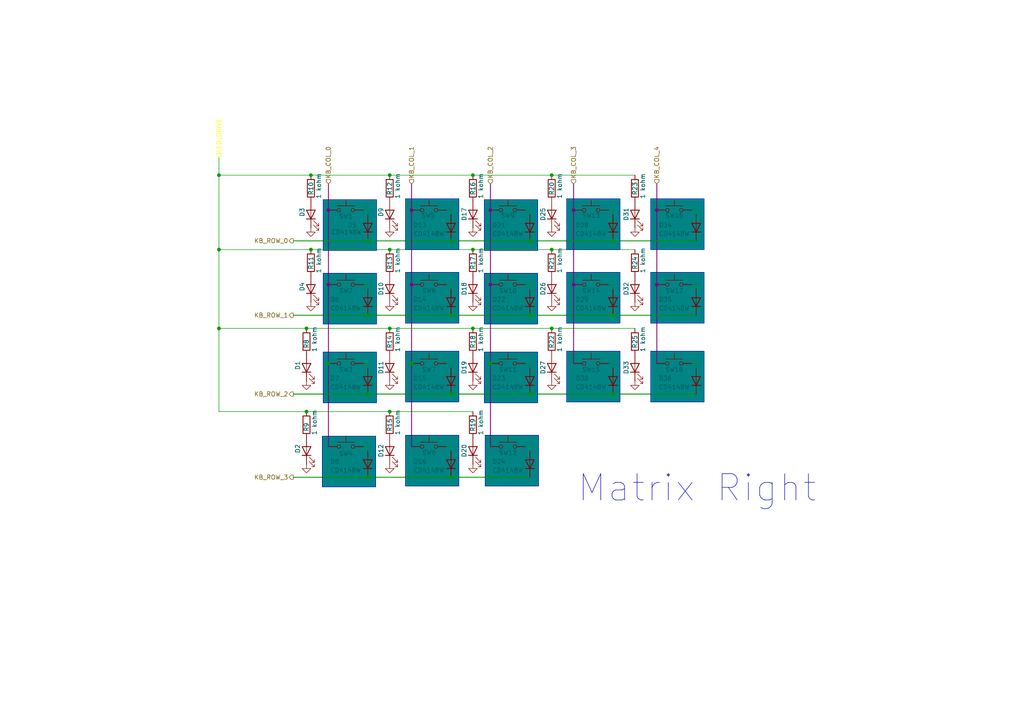
<source format=kicad_sch>
(kicad_sch (version 20231120) (generator "eeschema") (generator_version "8.0")
  (paper "A4")
  (title_block (title "Simple Keyboard") (date "2025-02-09") (rev "0") (company "Daniel Pérez (steewBSD)"))
  (lib_symbols
    (symbol "#inventree:RC0603FR-071KL" (pin_numbers hide) (pin_names (offset 0))
      (property "Reference" "R" (at 2.032 0 90))
      (property "Value" "1 kohm" (at 0 0 90))
      (symbol "RC0603FR-071KL_0_1"
        (rectangle (start -1.016 -2.54) (end 1.016 2.54) (stroke (width 0.254)))
      )
      (symbol "RC0603FR-071KL_1_1"
        (pin passive line (at 0 3.81 270) (length 1.27) (name "~") (number "1"))
        (pin passive line (at 0 -3.81 90) (length 1.27) (name "~") (number "2"))
      )
    )
    (symbol "Device:LED" (pin_numbers hide) (pin_names (offset 1.016) hide)
      (property "Reference" "D" (at 0 2.54 0))
      (property "Value" "LED" (at 0 -2.54 0))
      (symbol "LED_0_1"
        (polyline (pts (xy -1.27 -1.27) (xy -1.27 1.27)) (stroke (width 0.254)))
        (polyline (pts (xy -1.27 0) (xy 1.27 0)))
        (polyline (pts (xy 1.27 -1.27) (xy 1.27 1.27) (xy -1.27 0) (xy 1.27 -1.27)) (stroke (width 0.254)))
        (polyline (pts (xy -3.048 -0.762) (xy -4.572 -2.286) (xy -3.81 -2.286) (xy -4.572 -2.286) (xy -4.572 -1.524)))
        (polyline (pts (xy -1.778 -0.762) (xy -3.302 -2.286) (xy -2.54 -2.286) (xy -3.302 -2.286) (xy -3.302 -1.524)))
      )
      (symbol "LED_1_1"
        (pin passive line (at -3.81 0 0) (length 2.54) (name "K") (number "1"))
        (pin passive line (at 3.81 0 180) (length 2.54) (name "A") (number "2"))
      )
    )
    (symbol "Diode:CD4148W" (pin_numbers hide) (pin_names hide)
      (property "Reference" "D" (at 0 2.54 0))
      (property "Value" "CD4148W" (at 0 -2.54 0))
      (symbol "CD4148W_0_1"
        (polyline (pts (xy -1.27 1.27) (xy -1.27 -1.27)) (stroke (width 0.254)))
        (polyline (pts (xy 1.27 0) (xy -1.27 0)))
        (polyline (pts (xy 1.27 1.27) (xy 1.27 -1.27) (xy -1.27 0) (xy 1.27 1.27)) (stroke (width 0.254)))
      )
      (symbol "CD4148W_1_1"
        (pin passive line (at -3.81 0 0) (length 2.54) (name "K") (number "1"))
        (pin passive line (at 3.81 0 180) (length 2.54) (name "A") (number "2"))
      )
    )
    (symbol "Switch:SW_Push" (pin_numbers hide) (pin_names (offset 1.016) hide)
      (property "Reference" "SW" (at 1.27 2.54 0))
      (property "Value" "SW_Push" (at 0 -1.524 0))
      (symbol "SW_Push_0_1"
        (circle (center -2.032 0) (radius 0.508))
        (polyline (pts (xy 0 1.27) (xy 0 3.048)))
        (polyline (pts (xy 2.54 1.27) (xy -2.54 1.27)))
        (circle (center 2.032 0) (radius 0.508))
        (pin passive line (at -5.08 0 0) (length 2.54) (name "1") (number "1"))
        (pin passive line (at 5.08 0 180) (length 2.54) (name "2") (number "2"))
      )
    )
    (symbol "power:GND" (power) (pin_numbers hide) (pin_names (offset 0) hide)
      (property "Value" "GND" (at 0 -3.81 0))
      (symbol "GND_0_1"
        (polyline (pts (xy 0 0) (xy 0 -1.27) (xy 1.27 -1.27) (xy 0 -2.54) (xy -1.27 -1.27) (xy 0 -1.27)))
      )
      (symbol "GND_1_1"
        (pin power_in line (at 0 0 270) (length 0) (name "~") (number "1"))
      )
    )
  )
  (junction (at 63.5 72.39))
  (junction (at 153.67 114.3))
  (junction (at 177.8 69.85))
  (junction (at 137.16 72.39))
  (junction (at 177.8 91.44))
  (junction (at 95.25 105.41))
  (junction (at 106.68 69.85))
  (junction (at 119.38 82.55) (color 132 0 132 1))
  (junction (at 106.68 114.3))
  (junction (at 130.81 91.44))
  (junction (at 90.17 72.39))
  (junction (at 160.02 95.25))
  (junction (at 160.02 50.8))
  (junction (at 166.37 60.96) (color 132 0 132 1))
  (junction (at 137.16 95.25))
  (junction (at 142.24 105.41))
  (junction (at 119.38 105.41))
  (junction (at 153.67 91.44))
  (junction (at 88.9 119.38))
  (junction (at 90.17 50.8))
  (junction (at 63.5 95.25))
  (junction (at 106.68 91.44))
  (junction (at 119.38 60.96) (color 132 0 132 1))
  (junction (at 113.03 95.25))
  (junction (at 95.25 82.55) (color 132 0 132 1))
  (junction (at 130.81 138.43))
  (junction (at 113.03 119.38))
  (junction (at 142.24 82.55) (color 132 0 132 1))
  (junction (at 166.37 82.55) (color 132 0 132 1))
  (junction (at 113.03 50.8))
  (junction (at 130.81 114.3))
  (junction (at 160.02 72.39))
  (junction (at 190.5 82.55) (color 132 0 132 1))
  (junction (at 190.5 60.96) (color 132 0 132 1))
  (junction (at 106.68 138.43))
  (junction (at 88.9 95.25))
  (junction (at 63.5 50.8))
  (junction (at 130.81 69.85))
  (junction (at 113.03 72.39))
  (junction (at 95.25 60.96) (color 132 0 132 1))
  (junction (at 153.67 69.85))
  (junction (at 177.8 114.3))
  (junction (at 142.24 60.96) (color 132 0 132 1))
  (junction (at 137.16 50.8))
  (wire (pts (xy 106.68 69.85) (xy 130.81 69.85)) (stroke (width 0.254)))
  (wire (pts (xy 113.03 119.38) (xy 137.16 119.38)))
  (wire (pts (xy 152.4 129.54) (xy 153.67 129.54)))
  (wire (pts (xy 166.37 53.34) (xy 166.37 60.96)) (stroke (width 0.254) (color 132 0 132 1)))
  (wire (pts (xy 176.53 60.96) (xy 177.8 60.96)))
  (wire (pts (xy 200.66 105.41) (xy 201.93 105.41)))
  (wire (pts (xy 137.16 72.39) (xy 160.02 72.39)))
  (wire (pts (xy 113.03 50.8) (xy 137.16 50.8)))
  (wire (pts (xy 113.03 72.39) (xy 137.16 72.39)))
  (wire (pts (xy 153.67 91.44) (xy 177.8 91.44)) (stroke (width 0.254)))
  (wire (pts (xy 166.37 82.55) (xy 166.37 105.41)) (stroke (width 0.254) (color 132 0 132 1)))
  (wire (pts (xy 130.81 129.54) (xy 130.81 130.81)))
  (wire (pts (xy 166.37 60.96) (xy 166.37 82.55)) (stroke (width 0.254) (color 132 0 132 1)))
  (wire (pts (xy 200.66 82.55) (xy 201.93 82.55)))
  (wire (pts (xy 201.93 60.96) (xy 201.93 62.23)))
  (wire (pts (xy 119.38 53.34) (xy 119.38 60.96)) (stroke (width 0.254) (color 132 0 132 1)))
  (wire (pts (xy 130.81 82.55) (xy 130.81 83.82)))
  (wire (pts (xy 176.53 82.55) (xy 177.8 82.55)))
  (wire (pts (xy 129.54 129.54) (xy 130.81 129.54)))
  (wire (pts (xy 153.67 69.85) (xy 177.8 69.85)) (stroke (width 0.254)))
  (wire (pts (xy 63.5 50.8) (xy 90.17 50.8)))
  (wire (pts (xy 177.8 114.3) (xy 201.93 114.3)) (stroke (width 0.254)))
  (wire (pts (xy 63.5 95.25) (xy 63.5 119.38)))
  (wire (pts (xy 177.8 60.96) (xy 177.8 62.23)))
  (wire (pts (xy 153.67 82.55) (xy 153.67 83.82)))
  (wire (pts (xy 63.5 50.8) (xy 63.5 72.39)))
  (wire (pts (xy 119.38 60.96) (xy 119.38 82.55)) (stroke (width 0.254) (color 132 0 132 1)))
  (wire (pts (xy 142.24 105.41) (xy 142.24 129.54)) (stroke (width 0.254) (color 132 0 132 1)))
  (wire (pts (xy 95.25 105.41) (xy 95.25 129.54)) (stroke (width 0.254) (color 132 0 132 1)))
  (wire (pts (xy 63.5 95.25) (xy 88.9 95.25)))
  (wire (pts (xy 106.68 138.43) (xy 130.81 138.43)) (stroke (width 0.254)))
  (wire (pts (xy 106.68 82.55) (xy 106.68 83.82)))
  (wire (pts (xy 142.24 82.55) (xy 142.24 105.41)) (stroke (width 0.254) (color 132 0 132 1)))
  (wire (pts (xy 119.38 82.55) (xy 119.38 105.41)) (stroke (width 0.254) (color 132 0 132 1)))
  (wire (pts (xy 85.09 114.3) (xy 106.68 114.3)) (stroke (width 0.254)))
  (wire (pts (xy 63.5 72.39) (xy 90.17 72.39)))
  (wire (pts (xy 105.41 82.55) (xy 106.68 82.55)))
  (wire (pts (xy 130.81 60.96) (xy 130.81 62.23)))
  (wire (pts (xy 85.09 91.44) (xy 106.68 91.44)) (stroke (width 0.254)))
  (wire (pts (xy 106.68 114.3) (xy 130.81 114.3)) (stroke (width 0.254)))
  (wire (pts (xy 160.02 72.39) (xy 184.15 72.39)))
  (wire (pts (xy 130.81 138.43) (xy 153.67 138.43)) (stroke (width 0.254)))
  (wire (pts (xy 130.81 91.44) (xy 153.67 91.44)) (stroke (width 0.254)))
  (wire (pts (xy 119.38 105.41) (xy 119.38 129.54)) (stroke (width 0.254) (color 132 0 132 1)))
  (wire (pts (xy 90.17 72.39) (xy 113.03 72.39)))
  (wire (pts (xy 160.02 95.25) (xy 184.15 95.25)))
  (wire (pts (xy 129.54 60.96) (xy 130.81 60.96)))
  (wire (pts (xy 177.8 105.41) (xy 177.8 106.68)))
  (wire (pts (xy 177.8 82.55) (xy 177.8 83.82)))
  (wire (pts (xy 153.67 114.3) (xy 177.8 114.3)) (stroke (width 0.254)))
  (wire (pts (xy 105.41 60.96) (xy 106.68 60.96)))
  (wire (pts (xy 130.81 105.41) (xy 130.81 106.68)))
  (wire (pts (xy 95.25 60.96) (xy 95.25 82.55)) (stroke (width 0.254) (color 132 0 132 1)))
  (wire (pts (xy 63.5 45.72) (xy 63.5 50.8)))
  (wire (pts (xy 63.5 119.38) (xy 88.9 119.38)))
  (wire (pts (xy 152.4 82.55) (xy 153.67 82.55)))
  (wire (pts (xy 63.5 72.39) (xy 63.5 95.25)))
  (wire (pts (xy 153.67 60.96) (xy 153.67 62.23)))
  (wire (pts (xy 105.41 105.41) (xy 106.68 105.41)))
  (wire (pts (xy 142.24 60.96) (xy 142.24 82.55)) (stroke (width 0.254) (color 132 0 132 1)))
  (wire (pts (xy 85.09 69.85) (xy 106.68 69.85)) (stroke (width 0.254)))
  (wire (pts (xy 201.93 105.41) (xy 201.93 106.68)))
  (wire (pts (xy 153.67 105.41) (xy 153.67 106.68)))
  (wire (pts (xy 90.17 50.8) (xy 113.03 50.8)))
  (wire (pts (xy 88.9 119.38) (xy 113.03 119.38)))
  (wire (pts (xy 130.81 114.3) (xy 153.67 114.3)) (stroke (width 0.254)))
  (wire (pts (xy 129.54 82.55) (xy 130.81 82.55)))
  (wire (pts (xy 95.25 53.34) (xy 95.25 60.96)) (stroke (width 0.254) (color 132 0 132 1)))
  (wire (pts (xy 142.24 53.34) (xy 142.24 60.96)) (stroke (width 0.254) (color 132 0 132 1)))
  (wire (pts (xy 88.9 95.25) (xy 113.03 95.25)))
  (wire (pts (xy 129.54 105.41) (xy 130.81 105.41)))
  (wire (pts (xy 152.4 60.96) (xy 153.67 60.96)))
  (wire (pts (xy 177.8 69.85) (xy 201.93 69.85)) (stroke (width 0.254)))
  (wire (pts (xy 85.09 138.43) (xy 106.68 138.43)) (stroke (width 0.254)))
  (wire (pts (xy 106.68 60.96) (xy 106.68 62.23)))
  (wire (pts (xy 200.66 60.96) (xy 201.93 60.96)))
  (wire (pts (xy 153.67 129.54) (xy 153.67 130.81)))
  (wire (pts (xy 105.41 129.54) (xy 106.68 129.54)))
  (wire (pts (xy 201.93 82.55) (xy 201.93 83.82)))
  (wire (pts (xy 106.68 91.44) (xy 130.81 91.44)) (stroke (width 0.254)))
  (wire (pts (xy 113.03 95.25) (xy 137.16 95.25)))
  (wire (pts (xy 95.25 82.55) (xy 95.25 105.41)) (stroke (width 0.254) (color 132 0 132 1)))
  (wire (pts (xy 190.5 53.34) (xy 190.5 60.96)) (stroke (width 0.254) (color 132 0 132 1)))
  (wire (pts (xy 177.8 91.44) (xy 201.93 91.44)) (stroke (width 0.254)))
  (wire (pts (xy 160.02 50.8) (xy 184.15 50.8)))
  (wire (pts (xy 176.53 105.41) (xy 177.8 105.41)))
  (wire (pts (xy 152.4 105.41) (xy 153.67 105.41)))
  (wire (pts (xy 106.68 105.41) (xy 106.68 106.68)))
  (wire (pts (xy 137.16 95.25) (xy 160.02 95.25)))
  (wire (pts (xy 190.5 82.55) (xy 190.5 105.41)) (stroke (width 0.254) (color 132 0 132 1)))
  (wire (pts (xy 190.5 60.96) (xy 190.5 82.55)) (stroke (width 0.254) (color 132 0 132 1)))
  (wire (pts (xy 130.81 69.85) (xy 153.67 69.85)) (stroke (width 0.254)))
  (wire (pts (xy 137.16 50.8) (xy 160.02 50.8)))
  (wire (pts (xy 106.68 129.54) (xy 106.68 130.81)))
  (rectangle (start 164.338 101.854) (end 179.832 116.586) (fill (type color) (color 0 132 132 1)))
  (rectangle (start 140.462 79.248) (end 155.956 93.98) (fill (type color) (color 0 132 132 1)))
  (rectangle (start 164.338 57.658) (end 179.832 72.39) (fill (type color) (color 0 132 132 1)))
  (rectangle (start 140.462 102.108) (end 155.956 116.84) (fill (type color) (color 0 132 132 1)))
  (rectangle (start 188.722 101.854) (end 204.216 116.586) (fill (type color) (color 0 132 132 1)))
  (rectangle (start 93.472 126.492) (end 108.966 141.224) (fill (type color) (color 0 132 132 1)))
  (rectangle (start 117.602 78.994) (end 133.096 93.726) (fill (type color) (color 0 132 132 1)))
  (rectangle (start 93.726 102.108) (end 109.22 116.84) (fill (type color) (color 0 132 132 1)))
  (rectangle (start 117.602 101.854) (end 133.096 116.586) (fill (type color) (color 0 132 132 1)))
  (rectangle (start 140.716 126.238) (end 156.21 140.97) (fill (type color) (color 0 132 132 1)))
  (rectangle (start 188.722 78.994) (end 204.216 93.726) (fill (type color) (color 0 132 132 1)))
  (rectangle (start 164.338 78.994) (end 179.832 93.726) (fill (type color) (color 0 132 132 1)))
  (rectangle (start 140.462 57.912) (end 155.956 72.644) (fill (type color) (color 0 132 132 1)))
  (rectangle (start 188.722 57.658) (end 204.216 72.39) (fill (type color) (color 0 132 132 1)))
  (rectangle (start 93.726 57.912) (end 109.22 72.644) (fill (type color) (color 0 132 132 1)))
  (rectangle (start 117.602 126.238) (end 133.096 140.97) (fill (type color) (color 0 132 132 1)))
  (rectangle (start 93.726 79.248) (end 109.22 93.98) (fill (type color) (color 0 132 132 1)))
  (rectangle (start 117.602 57.658) (end 133.096 72.39) (fill (type color) (color 0 132 132 1)))
  (text "Matrix Right" (at 202.184 141.732 0) (effects (font (size 7.62 7.62))))
  (hierarchical_label "KB_ROW_3" (shape output) (at 85.09 138.43 180))
  (hierarchical_label "KB_COL_4" (shape input) (at 190.5 53.34 90))
  (hierarchical_label "KB_ROW_0" (shape output) (at 85.09 69.85 180))
  (hierarchical_label "LED_DRIVE" (shape input) (at 63.5 45.72 90))
  (hierarchical_label "KB_ROW_1" (shape output) (at 85.09 91.44 180))
  (hierarchical_label "KB_COL_3" (shape input) (at 166.37 53.34 90))
  (hierarchical_label "KB_ROW_2" (shape output) (at 85.09 114.3 180))
  (hierarchical_label "KB_COL_1" (shape input) (at 119.38 53.34 90))
  (hierarchical_label "KB_COL_0" (shape input) (at 95.25 53.34 90))
  (hierarchical_label "KB_COL_2" (shape input) (at 142.24 53.34 90))
  (symbol (lib_id "Switch:SW_Push") (at 100.33 105.41 0) (unit 1)
    (property "Reference" "SW3" (at 100.33 107.188 0))
    (property "Value" "SW_Push" (effects (hide yes)))
    (property "Footprint" "personal:Gateron_Milky_Yellow" (effects (hide yes)))
    (property "Description" "Push button switch, generic, two pins" (effects (hide yes)))
  )
  (symbol (lib_id "Switch:SW_Push") (at 100.33 82.55 0) (unit 1)
    (property "Reference" "SW2" (at 100.33 84.328 0))
    (property "Value" "SW_Push" (effects (hide yes)))
    (property "Footprint" "personal:Gateron_Milky_Yellow" (effects (hide yes)))
    (property "Description" "Push button switch, generic, two pins" (effects (hide yes)))
  )
  (symbol (lib_id "#inventree:RC0603FR-071KL") (at 137.16 123.19 0) (unit 1)
    (property "Reference" "R19" (at 137.16 125.222 90) (effects (justify left)))
    (property "Value" "1 kohm" (at 139.446 126.238 90) (effects (justify left)))
    (property "Footprint" "Resistor_SMD:R_0603_1608Metric_Pad0.98x0.95mm_HandSolder" (effects (hide yes)))
    (property "Datasheet" "http://10.0.0.41/media/attachments/part/69/PYu-RC_Group_51_RoHS_L_12.pdf" (effects (hide yes)))
    (property "Description" "RES 1K OHM 1% 1/10W 0603" (effects (hide yes)))
    (property "InvenTree" "69" (effects (hide yes)))
    (property "Mounting Type" "0603" (effects (hide yes)))
    (property "Package Type" "0603 (1608 Metric)" (effects (hide yes)))
    (property "Part URL" "http://10.0.0.41:7333/part/69/" (effects (hide yes)))
    (property "Rated Power" "0.1W, 1/10W" (effects (hide yes)))
    (property "Tolerance" "1%" (effects (hide yes)))
  )
  (symbol (lib_id "power:GND") (at 113.03 66.04 0) (unit 1)
    (property "Reference" "#PWR043" (effects (hide yes)))
    (property "Value" "GND" (effects (hide yes)))
    (property "Description" "Power symbol creates a global label with name \"GND\" , ground" (effects (hide yes)))
  )
  (symbol (lib_id "Device:LED") (at 113.03 106.68 90) (unit 1)
    (property "Reference" "D11" (at 110.49 104.648 0) (effects (justify right)))
    (property "Value" "LED" (effects (hide yes)))
    (property "Footprint" "LED_SMD:LED_0603_1608Metric_Pad1.05x0.95mm_HandSolder" (effects (hide yes)))
    (property "Description" "Light emitting diode" (effects (hide yes)))
    (property "InvenTree" "67" (effects (hide yes)))
  )
  (symbol (lib_id "Diode:CD4148W") (at 130.81 110.49 90) (unit 1)
    (property "Reference" "D15" (at 119.888 109.728 90) (effects (justify right)))
    (property "Value" "CD4148W" (at 119.888 112.268 90) (effects (justify right)))
    (property "Footprint" "Diode_SMD:D_0805_2012Metric_Pad1.15x1.40mm_HandSolder" (effects (hide yes)))
    (property "Datasheet" "https://www.lcsc.com/datasheet/lcsc_datasheet_1809291616_LIZ-Elec-CD4148WSP_C109001.pdf" (effects (hide yes)))
    (property "Description" "75V 0.15A Switching Diode, 0805" (effects (hide yes)))
    (property "Sim.Device" "D" (effects (hide yes)))
    (property "Sim.Pins" "1=K 2=A" (effects (hide yes)))
    (property "InvenTree" "64" (effects (hide yes)))
  )
  (symbol (lib_id "power:GND") (at 88.9 110.49 0) (unit 1)
    (property "Reference" "#PWR039" (effects (hide yes)))
    (property "Value" "GND" (effects (hide yes)))
    (property "Description" "Power symbol creates a global label with name \"GND\" , ground" (effects (hide yes)))
  )
  (symbol (lib_id "#inventree:RC0603FR-071KL") (at 137.16 76.2 0) (unit 1)
    (property "Reference" "R17" (at 137.16 78.232 90) (effects (justify left)))
    (property "Value" "1 kohm" (at 139.446 79.248 90) (effects (justify left)))
    (property "Footprint" "Resistor_SMD:R_0603_1608Metric_Pad0.98x0.95mm_HandSolder" (effects (hide yes)))
    (property "Datasheet" "http://10.0.0.41/media/attachments/part/69/PYu-RC_Group_51_RoHS_L_12.pdf" (effects (hide yes)))
    (property "Description" "RES 1K OHM 1% 1/10W 0603" (effects (hide yes)))
    (property "InvenTree" "69" (effects (hide yes)))
    (property "Mounting Type" "0603" (effects (hide yes)))
    (property "Package Type" "0603 (1608 Metric)" (effects (hide yes)))
    (property "Part URL" "http://10.0.0.41:7333/part/69/" (effects (hide yes)))
    (property "Rated Power" "0.1W, 1/10W" (effects (hide yes)))
    (property "Tolerance" "1%" (effects (hide yes)))
  )
  (symbol (lib_id "Switch:SW_Push") (at 171.45 105.41 0) (unit 1)
    (property "Reference" "SW15" (at 171.45 107.188 0))
    (property "Value" "SW_Push" (effects (hide yes)))
    (property "Footprint" "personal:Gateron_Milky_Yellow" (effects (hide yes)))
    (property "Description" "Push button switch, generic, two pins" (effects (hide yes)))
  )
  (symbol (lib_id "Switch:SW_Push") (at 195.58 60.96 0) (unit 1)
    (property "Reference" "SW16" (at 195.58 62.484 0))
    (property "Value" "SW_Push" (effects (hide yes)))
    (property "Footprint" "personal:Gateron_Milky_Yellow" (effects (hide yes)))
    (property "Description" "Push button switch, generic, two pins" (effects (hide yes)))
  )
  (symbol (lib_id "Diode:CD4148W") (at 177.8 110.49 90) (unit 1)
    (property "Reference" "D30" (at 166.878 109.728 90) (effects (justify right)))
    (property "Value" "CD4148W" (at 166.878 112.268 90) (effects (justify right)))
    (property "Footprint" "Diode_SMD:D_0805_2012Metric_Pad1.15x1.40mm_HandSolder" (effects (hide yes)))
    (property "Datasheet" "https://www.lcsc.com/datasheet/lcsc_datasheet_1809291616_LIZ-Elec-CD4148WSP_C109001.pdf" (effects (hide yes)))
    (property "Description" "75V 0.15A Switching Diode, 0805" (effects (hide yes)))
    (property "Sim.Device" "D" (effects (hide yes)))
    (property "Sim.Pins" "1=K 2=A" (effects (hide yes)))
    (property "InvenTree" "64" (effects (hide yes)))
  )
  (symbol (lib_id "#inventree:RC0603FR-071KL") (at 137.16 99.06 0) (unit 1)
    (property "Reference" "R18" (at 137.16 101.092 90) (effects (justify left)))
    (property "Value" "1 kohm" (at 139.446 102.108 90) (effects (justify left)))
    (property "Footprint" "Resistor_SMD:R_0603_1608Metric_Pad0.98x0.95mm_HandSolder" (effects (hide yes)))
    (property "Datasheet" "http://10.0.0.41/media/attachments/part/69/PYu-RC_Group_51_RoHS_L_12.pdf" (effects (hide yes)))
    (property "Description" "RES 1K OHM 1% 1/10W 0603" (effects (hide yes)))
    (property "InvenTree" "69" (effects (hide yes)))
    (property "Mounting Type" "0603" (effects (hide yes)))
    (property "Package Type" "0603 (1608 Metric)" (effects (hide yes)))
    (property "Part URL" "http://10.0.0.41:7333/part/69/" (effects (hide yes)))
    (property "Rated Power" "0.1W, 1/10W" (effects (hide yes)))
    (property "Tolerance" "1%" (effects (hide yes)))
  )
  (symbol (lib_id "Device:LED") (at 113.03 62.23 90) (unit 1)
    (property "Reference" "D9" (at 110.49 60.198 0) (effects (justify right)))
    (property "Value" "LED" (effects (hide yes)))
    (property "Footprint" "LED_SMD:LED_0603_1608Metric_Pad1.05x0.95mm_HandSolder" (effects (hide yes)))
    (property "Description" "Light emitting diode" (effects (hide yes)))
    (property "InvenTree" "67" (effects (hide yes)))
  )
  (symbol (lib_id "Diode:CD4148W") (at 130.81 87.63 90) (unit 1)
    (property "Reference" "D14" (at 119.888 86.868 90) (effects (justify right)))
    (property "Value" "CD4148W" (at 119.888 89.408 90) (effects (justify right)))
    (property "Footprint" "Diode_SMD:D_0805_2012Metric_Pad1.15x1.40mm_HandSolder" (effects (hide yes)))
    (property "Datasheet" "https://www.lcsc.com/datasheet/lcsc_datasheet_1809291616_LIZ-Elec-CD4148WSP_C109001.pdf" (effects (hide yes)))
    (property "Description" "75V 0.15A Switching Diode, 0805" (effects (hide yes)))
    (property "Sim.Device" "D" (effects (hide yes)))
    (property "Sim.Pins" "1=K 2=A" (effects (hide yes)))
    (property "InvenTree" "64" (effects (hide yes)))
  )
  (symbol (lib_id "#inventree:RC0603FR-071KL") (at 90.17 76.2 0) (unit 1)
    (property "Reference" "R11" (at 90.17 78.232 90) (effects (justify left)))
    (property "Value" "1 kohm" (at 92.456 79.248 90) (effects (justify left)))
    (property "Footprint" "Resistor_SMD:R_0603_1608Metric_Pad0.98x0.95mm_HandSolder" (effects (hide yes)))
    (property "Datasheet" "http://10.0.0.41/media/attachments/part/69/PYu-RC_Group_51_RoHS_L_12.pdf" (effects (hide yes)))
    (property "Description" "RES 1K OHM 1% 1/10W 0603" (effects (hide yes)))
    (property "InvenTree" "69" (effects (hide yes)))
    (property "Mounting Type" "0603" (effects (hide yes)))
    (property "Package Type" "0603 (1608 Metric)" (effects (hide yes)))
    (property "Part URL" "http://10.0.0.41:7333/part/69/" (effects (hide yes)))
    (property "Rated Power" "0.1W, 1/10W" (effects (hide yes)))
    (property "Tolerance" "1%" (effects (hide yes)))
  )
  (symbol (lib_id "Diode:CD4148W") (at 201.93 87.63 90) (unit 1)
    (property "Reference" "D35" (at 191.008 86.868 90) (effects (justify right)))
    (property "Value" "CD4148W" (at 191.008 89.408 90) (effects (justify right)))
    (property "Footprint" "Diode_SMD:D_0805_2012Metric_Pad1.15x1.40mm_HandSolder" (effects (hide yes)))
    (property "Datasheet" "https://www.lcsc.com/datasheet/lcsc_datasheet_1809291616_LIZ-Elec-CD4148WSP_C109001.pdf" (effects (hide yes)))
    (property "Description" "75V 0.15A Switching Diode, 0805" (effects (hide yes)))
    (property "Sim.Device" "D" (effects (hide yes)))
    (property "Sim.Pins" "1=K 2=A" (effects (hide yes)))
    (property "InvenTree" "64" (effects (hide yes)))
  )
  (symbol (lib_id "Switch:SW_Push") (at 147.32 105.41 0) (unit 1)
    (property "Reference" "SW11" (at 147.32 107.188 0))
    (property "Value" "SW_Push" (effects (hide yes)))
    (property "Footprint" "personal:Gateron_Milky_Yellow" (effects (hide yes)))
    (property "Description" "Push button switch, generic, two pins" (effects (hide yes)))
  )
  (symbol (lib_id "Diode:CD4148W") (at 153.67 87.63 90) (unit 1)
    (property "Reference" "D22" (at 142.748 86.868 90) (effects (justify right)))
    (property "Value" "CD4148W" (at 142.748 89.408 90) (effects (justify right)))
    (property "Footprint" "Diode_SMD:D_0805_2012Metric_Pad1.15x1.40mm_HandSolder" (effects (hide yes)))
    (property "Datasheet" "https://www.lcsc.com/datasheet/lcsc_datasheet_1809291616_LIZ-Elec-CD4148WSP_C109001.pdf" (effects (hide yes)))
    (property "Description" "75V 0.15A Switching Diode, 0805" (effects (hide yes)))
    (property "Sim.Device" "D" (effects (hide yes)))
    (property "Sim.Pins" "1=K 2=A" (effects (hide yes)))
    (property "InvenTree" "64" (effects (hide yes)))
  )
  (symbol (lib_id "Diode:CD4148W") (at 153.67 110.49 90) (unit 1)
    (property "Reference" "D23" (at 142.748 109.728 90) (effects (justify right)))
    (property "Value" "CD4148W" (at 142.748 112.268 90) (effects (justify right)))
    (property "Footprint" "Diode_SMD:D_0805_2012Metric_Pad1.15x1.40mm_HandSolder" (effects (hide yes)))
    (property "Datasheet" "https://www.lcsc.com/datasheet/lcsc_datasheet_1809291616_LIZ-Elec-CD4148WSP_C109001.pdf" (effects (hide yes)))
    (property "Description" "75V 0.15A Switching Diode, 0805" (effects (hide yes)))
    (property "Sim.Device" "D" (effects (hide yes)))
    (property "Sim.Pins" "1=K 2=A" (effects (hide yes)))
    (property "InvenTree" "64" (effects (hide yes)))
  )
  (symbol (lib_id "Device:LED") (at 90.17 62.23 90) (unit 1)
    (property "Reference" "D3" (at 87.63 60.198 0) (effects (justify right)))
    (property "Value" "LED" (effects (hide yes)))
    (property "Footprint" "LED_SMD:LED_0603_1608Metric_Pad1.05x0.95mm_HandSolder" (effects (hide yes)))
    (property "Description" "Light emitting diode" (effects (hide yes)))
    (property "InvenTree" "67" (effects (hide yes)))
  )
  (symbol (lib_id "Switch:SW_Push") (at 124.46 82.55 0) (unit 1)
    (property "Reference" "SW6" (at 124.46 84.328 0))
    (property "Value" "SW_Push" (effects (hide yes)))
    (property "Footprint" "personal:Gateron_Milky_Yellow" (effects (hide yes)))
    (property "Description" "Push button switch, generic, two pins" (effects (hide yes)))
  )
  (symbol (lib_id "#inventree:RC0603FR-071KL") (at 184.15 76.2 0) (unit 1)
    (property "Reference" "R24" (at 184.15 78.232 90) (effects (justify left)))
    (property "Value" "1 kohm" (at 186.436 79.248 90) (effects (justify left)))
    (property "Footprint" "Resistor_SMD:R_0603_1608Metric_Pad0.98x0.95mm_HandSolder" (effects (hide yes)))
    (property "Datasheet" "http://10.0.0.41/media/attachments/part/69/PYu-RC_Group_51_RoHS_L_12.pdf" (effects (hide yes)))
    (property "Description" "RES 1K OHM 1% 1/10W 0603" (effects (hide yes)))
    (property "InvenTree" "69" (effects (hide yes)))
    (property "Mounting Type" "0603" (effects (hide yes)))
    (property "Package Type" "0603 (1608 Metric)" (effects (hide yes)))
    (property "Part URL" "http://10.0.0.41:7333/part/69/" (effects (hide yes)))
    (property "Rated Power" "0.1W, 1/10W" (effects (hide yes)))
    (property "Tolerance" "1%" (effects (hide yes)))
  )
  (symbol (lib_id "Diode:CD4148W") (at 153.67 134.62 90) (unit 1)
    (property "Reference" "D24" (at 142.748 133.858 90) (effects (justify right)))
    (property "Value" "CD4148W" (at 142.748 136.398 90) (effects (justify right)))
    (property "Footprint" "Diode_SMD:D_0805_2012Metric_Pad1.15x1.40mm_HandSolder" (effects (hide yes)))
    (property "Datasheet" "https://www.lcsc.com/datasheet/lcsc_datasheet_1809291616_LIZ-Elec-CD4148WSP_C109001.pdf" (effects (hide yes)))
    (property "Description" "75V 0.15A Switching Diode, 0805" (effects (hide yes)))
    (property "Sim.Device" "D" (effects (hide yes)))
    (property "Sim.Pins" "1=K 2=A" (effects (hide yes)))
    (property "InvenTree" "64" (effects (hide yes)))
  )
  (symbol (lib_id "Diode:CD4148W") (at 201.93 66.04 90) (unit 1)
    (property "Reference" "D34" (at 191.008 65.278 90) (effects (justify right)))
    (property "Value" "CD4148W" (at 191.008 67.818 90) (effects (justify right)))
    (property "Footprint" "Diode_SMD:D_0805_2012Metric_Pad1.15x1.40mm_HandSolder" (effects (hide yes)))
    (property "Datasheet" "https://www.lcsc.com/datasheet/lcsc_datasheet_1809291616_LIZ-Elec-CD4148WSP_C109001.pdf" (effects (hide yes)))
    (property "Description" "75V 0.15A Switching Diode, 0805" (effects (hide yes)))
    (property "Sim.Device" "D" (effects (hide yes)))
    (property "Sim.Pins" "1=K 2=A" (effects (hide yes)))
    (property "InvenTree" "64" (effects (hide yes)))
  )
  (symbol (lib_id "Diode:CD4148W") (at 177.8 87.63 90) (unit 1)
    (property "Reference" "D29" (at 166.878 86.868 90) (effects (justify right)))
    (property "Value" "CD4148W" (at 166.878 89.408 90) (effects (justify right)))
    (property "Footprint" "Diode_SMD:D_0805_2012Metric_Pad1.15x1.40mm_HandSolder" (effects (hide yes)))
    (property "Datasheet" "https://www.lcsc.com/datasheet/lcsc_datasheet_1809291616_LIZ-Elec-CD4148WSP_C109001.pdf" (effects (hide yes)))
    (property "Description" "75V 0.15A Switching Diode, 0805" (effects (hide yes)))
    (property "Sim.Device" "D" (effects (hide yes)))
    (property "Sim.Pins" "1=K 2=A" (effects (hide yes)))
    (property "InvenTree" "64" (effects (hide yes)))
  )
  (symbol (lib_id "Device:LED") (at 137.16 62.23 90) (unit 1)
    (property "Reference" "D17" (at 134.62 60.198 0) (effects (justify right)))
    (property "Value" "LED" (effects (hide yes)))
    (property "Footprint" "LED_SMD:LED_0603_1608Metric_Pad1.05x0.95mm_HandSolder" (effects (hide yes)))
    (property "Description" "Light emitting diode" (effects (hide yes)))
    (property "InvenTree" "67" (effects (hide yes)))
  )
  (symbol (lib_id "power:GND") (at 113.03 110.49 0) (unit 1)
    (property "Reference" "#PWR045" (effects (hide yes)))
    (property "Value" "GND" (effects (hide yes)))
    (property "Description" "Power symbol creates a global label with name \"GND\" , ground" (effects (hide yes)))
  )
  (symbol (lib_id "power:GND") (at 160.02 87.63 0) (unit 1)
    (property "Reference" "#PWR052" (effects (hide yes)))
    (property "Value" "GND" (effects (hide yes)))
    (property "Description" "Power symbol creates a global label with name \"GND\" , ground" (effects (hide yes)))
  )
  (symbol (lib_id "power:GND") (at 184.15 110.49 0) (unit 1)
    (property "Reference" "#PWR056" (effects (hide yes)))
    (property "Value" "GND" (effects (hide yes)))
    (property "Description" "Power symbol creates a global label with name \"GND\" , ground" (effects (hide yes)))
  )
  (symbol (lib_id "Diode:CD4148W") (at 106.68 66.04 90) (unit 1)
    (property "Reference" "D5" (at 100.838 65.278 90) (effects (justify right)))
    (property "Value" "CD4148W" (at 96.012 67.31 90) (effects (justify right)))
    (property "Footprint" "Diode_SMD:D_0805_2012Metric_Pad1.15x1.40mm_HandSolder" (effects (hide yes)))
    (property "Datasheet" "https://www.lcsc.com/datasheet/lcsc_datasheet_1809291616_LIZ-Elec-CD4148WSP_C109001.pdf" (effects (hide yes)))
    (property "Description" "75V 0.15A Switching Diode, 0805" (effects (hide yes)))
    (property "Sim.Device" "D" (effects (hide yes)))
    (property "Sim.Pins" "1=K 2=A" (effects (hide yes)))
    (property "InvenTree" "64" (effects (hide yes)))
  )
  (symbol (lib_id "#inventree:RC0603FR-071KL") (at 137.16 54.61 0) (unit 1)
    (property "Reference" "R16" (at 137.16 56.642 90) (effects (justify left)))
    (property "Value" "1 kohm" (at 139.446 57.658 90) (effects (justify left)))
    (property "Footprint" "Resistor_SMD:R_0603_1608Metric_Pad0.98x0.95mm_HandSolder" (effects (hide yes)))
    (property "Datasheet" "http://10.0.0.41/media/attachments/part/69/PYu-RC_Group_51_RoHS_L_12.pdf" (effects (hide yes)))
    (property "Description" "RES 1K OHM 1% 1/10W 0603" (effects (hide yes)))
    (property "InvenTree" "69" (effects (hide yes)))
    (property "Mounting Type" "0603" (effects (hide yes)))
    (property "Package Type" "0603 (1608 Metric)" (effects (hide yes)))
    (property "Part URL" "http://10.0.0.41:7333/part/69/" (effects (hide yes)))
    (property "Rated Power" "0.1W, 1/10W" (effects (hide yes)))
    (property "Tolerance" "1%" (effects (hide yes)))
  )
  (symbol (lib_id "Device:LED") (at 160.02 83.82 90) (unit 1)
    (property "Reference" "D26" (at 157.48 81.788 0) (effects (justify right)))
    (property "Value" "LED" (effects (hide yes)))
    (property "Footprint" "LED_SMD:LED_0603_1608Metric_Pad1.05x0.95mm_HandSolder" (effects (hide yes)))
    (property "Description" "Light emitting diode" (effects (hide yes)))
    (property "InvenTree" "67" (effects (hide yes)))
  )
  (symbol (lib_id "power:GND") (at 137.16 134.62 0) (unit 1)
    (property "Reference" "#PWR050" (effects (hide yes)))
    (property "Value" "GND" (effects (hide yes)))
    (property "Description" "Power symbol creates a global label with name \"GND\" , ground" (effects (hide yes)))
  )
  (symbol (lib_id "Switch:SW_Push") (at 100.33 129.54 0) (unit 1)
    (property "Reference" "SW4" (at 100.33 131.572 0))
    (property "Value" "SW_Push" (effects (hide yes)))
    (property "Footprint" "personal:Gateron_Milky_Yellow" (effects (hide yes)))
    (property "Description" "Push button switch, generic, two pins" (effects (hide yes)))
  )
  (symbol (lib_id "#inventree:RC0603FR-071KL") (at 113.03 99.06 0) (unit 1)
    (property "Reference" "R14" (at 113.03 101.092 90) (effects (justify left)))
    (property "Value" "1 kohm" (at 115.316 102.108 90) (effects (justify left)))
    (property "Footprint" "Resistor_SMD:R_0603_1608Metric_Pad0.98x0.95mm_HandSolder" (effects (hide yes)))
    (property "Datasheet" "http://10.0.0.41/media/attachments/part/69/PYu-RC_Group_51_RoHS_L_12.pdf" (effects (hide yes)))
    (property "Description" "RES 1K OHM 1% 1/10W 0603" (effects (hide yes)))
    (property "InvenTree" "69" (effects (hide yes)))
    (property "Mounting Type" "0603" (effects (hide yes)))
    (property "Package Type" "0603 (1608 Metric)" (effects (hide yes)))
    (property "Part URL" "http://10.0.0.41:7333/part/69/" (effects (hide yes)))
    (property "Rated Power" "0.1W, 1/10W" (effects (hide yes)))
    (property "Tolerance" "1%" (effects (hide yes)))
  )
  (symbol (lib_id "Device:LED") (at 160.02 62.23 90) (unit 1)
    (property "Reference" "D25" (at 157.48 60.198 0) (effects (justify right)))
    (property "Value" "LED" (effects (hide yes)))
    (property "Footprint" "LED_SMD:LED_0603_1608Metric_Pad1.05x0.95mm_HandSolder" (effects (hide yes)))
    (property "Description" "Light emitting diode" (effects (hide yes)))
    (property "InvenTree" "67" (effects (hide yes)))
  )
  (symbol (lib_id "Device:LED") (at 184.15 83.82 90) (unit 1)
    (property "Reference" "D32" (at 181.61 81.788 0) (effects (justify right)))
    (property "Value" "LED" (effects (hide yes)))
    (property "Footprint" "LED_SMD:LED_0603_1608Metric_Pad1.05x0.95mm_HandSolder" (effects (hide yes)))
    (property "Description" "Light emitting diode" (effects (hide yes)))
    (property "InvenTree" "67" (effects (hide yes)))
  )
  (symbol (lib_id "#inventree:RC0603FR-071KL") (at 160.02 76.2 0) (unit 1)
    (property "Reference" "R21" (at 160.02 78.232 90) (effects (justify left)))
    (property "Value" "1 kohm" (at 162.306 79.248 90) (effects (justify left)))
    (property "Footprint" "Resistor_SMD:R_0603_1608Metric_Pad0.98x0.95mm_HandSolder" (effects (hide yes)))
    (property "Datasheet" "http://10.0.0.41/media/attachments/part/69/PYu-RC_Group_51_RoHS_L_12.pdf" (effects (hide yes)))
    (property "Description" "RES 1K OHM 1% 1/10W 0603" (effects (hide yes)))
    (property "InvenTree" "69" (effects (hide yes)))
    (property "Mounting Type" "0603" (effects (hide yes)))
    (property "Package Type" "0603 (1608 Metric)" (effects (hide yes)))
    (property "Part URL" "http://10.0.0.41:7333/part/69/" (effects (hide yes)))
    (property "Rated Power" "0.1W, 1/10W" (effects (hide yes)))
    (property "Tolerance" "1%" (effects (hide yes)))
  )
  (symbol (lib_id "Device:LED") (at 137.16 83.82 90) (unit 1)
    (property "Reference" "D18" (at 134.62 81.788 0) (effects (justify right)))
    (property "Value" "LED" (effects (hide yes)))
    (property "Footprint" "LED_SMD:LED_0603_1608Metric_Pad1.05x0.95mm_HandSolder" (effects (hide yes)))
    (property "Description" "Light emitting diode" (effects (hide yes)))
    (property "InvenTree" "67" (effects (hide yes)))
  )
  (symbol (lib_id "Switch:SW_Push") (at 195.58 105.41 0) (unit 1)
    (property "Reference" "SW18" (at 195.58 107.188 0))
    (property "Value" "SW_Push" (effects (hide yes)))
    (property "Footprint" "personal:Gateron_Milky_Yellow" (effects (hide yes)))
    (property "Description" "Push button switch, generic, two pins" (effects (hide yes)))
  )
  (symbol (lib_id "Device:LED") (at 90.17 83.82 90) (unit 1)
    (property "Reference" "D4" (at 87.63 81.788 0) (effects (justify right)))
    (property "Value" "LED" (effects (hide yes)))
    (property "Footprint" "LED_SMD:LED_0603_1608Metric_Pad1.05x0.95mm_HandSolder" (effects (hide yes)))
    (property "Description" "Light emitting diode" (effects (hide yes)))
    (property "InvenTree" "67" (effects (hide yes)))
  )
  (symbol (lib_id "Diode:CD4148W") (at 106.68 110.49 90) (unit 1)
    (property "Reference" "D7" (at 95.758 109.728 90) (effects (justify right)))
    (property "Value" "CD4148W" (at 95.758 112.268 90) (effects (justify right)))
    (property "Footprint" "Diode_SMD:D_0805_2012Metric_Pad1.15x1.40mm_HandSolder" (effects (hide yes)))
    (property "Datasheet" "https://www.lcsc.com/datasheet/lcsc_datasheet_1809291616_LIZ-Elec-CD4148WSP_C109001.pdf" (effects (hide yes)))
    (property "Description" "75V 0.15A Switching Diode, 0805" (effects (hide yes)))
    (property "Sim.Device" "D" (effects (hide yes)))
    (property "Sim.Pins" "1=K 2=A" (effects (hide yes)))
    (property "InvenTree" "64" (effects (hide yes)))
  )
  (symbol (lib_id "Switch:SW_Push") (at 195.58 82.55 0) (unit 1)
    (property "Reference" "SW17" (at 195.58 84.328 0))
    (property "Value" "SW_Push" (effects (hide yes)))
    (property "Footprint" "personal:Gateron_Milky_Yellow" (effects (hide yes)))
    (property "Description" "Push button switch, generic, two pins" (effects (hide yes)))
  )
  (symbol (lib_id "Device:LED") (at 113.03 130.81 90) (unit 1)
    (property "Reference" "D12" (at 110.49 128.778 0) (effects (justify right)))
    (property "Value" "LED" (effects (hide yes)))
    (property "Footprint" "LED_SMD:LED_0603_1608Metric_Pad1.05x0.95mm_HandSolder" (effects (hide yes)))
    (property "Description" "Light emitting diode" (effects (hide yes)))
    (property "InvenTree" "67" (effects (hide yes)))
  )
  (symbol (lib_id "#inventree:RC0603FR-071KL") (at 88.9 123.19 0) (unit 1)
    (property "Reference" "R9" (at 88.9 125.222 90) (effects (justify left)))
    (property "Value" "1 kohm" (at 91.186 126.238 90) (effects (justify left)))
    (property "Footprint" "Resistor_SMD:R_0603_1608Metric_Pad0.98x0.95mm_HandSolder" (effects (hide yes)))
    (property "Datasheet" "http://10.0.0.41/media/attachments/part/69/PYu-RC_Group_51_RoHS_L_12.pdf" (effects (hide yes)))
    (property "Description" "RES 1K OHM 1% 1/10W 0603" (effects (hide yes)))
    (property "InvenTree" "69" (effects (hide yes)))
    (property "Mounting Type" "0603" (effects (hide yes)))
    (property "Package Type" "0603 (1608 Metric)" (effects (hide yes)))
    (property "Part URL" "http://10.0.0.41:7333/part/69/" (effects (hide yes)))
    (property "Rated Power" "0.1W, 1/10W" (effects (hide yes)))
    (property "Tolerance" "1%" (effects (hide yes)))
  )
  (symbol (lib_id "Device:LED") (at 137.16 130.81 90) (unit 1)
    (property "Reference" "D20" (at 134.62 128.778 0) (effects (justify right)))
    (property "Value" "LED" (effects (hide yes)))
    (property "Footprint" "LED_SMD:LED_0603_1608Metric_Pad1.05x0.95mm_HandSolder" (effects (hide yes)))
    (property "Description" "Light emitting diode" (effects (hide yes)))
    (property "InvenTree" "67" (effects (hide yes)))
  )
  (symbol (lib_id "Diode:CD4148W") (at 106.68 134.62 90) (unit 1)
    (property "Reference" "D8" (at 95.758 133.858 90) (effects (justify right)))
    (property "Value" "CD4148W" (at 95.758 136.398 90) (effects (justify right)))
    (property "Footprint" "Diode_SMD:D_0805_2012Metric_Pad1.15x1.40mm_HandSolder" (effects (hide yes)))
    (property "Datasheet" "https://www.lcsc.com/datasheet/lcsc_datasheet_1809291616_LIZ-Elec-CD4148WSP_C109001.pdf" (effects (hide yes)))
    (property "Description" "75V 0.15A Switching Diode, 0805" (effects (hide yes)))
    (property "Sim.Device" "D" (effects (hide yes)))
    (property "Sim.Pins" "1=K 2=A" (effects (hide yes)))
    (property "InvenTree" "64" (effects (hide yes)))
  )
  (symbol (lib_id "Device:LED") (at 113.03 83.82 90) (unit 1)
    (property "Reference" "D10" (at 110.49 81.788 0) (effects (justify right)))
    (property "Value" "LED" (effects (hide yes)))
    (property "Footprint" "LED_SMD:LED_0603_1608Metric_Pad1.05x0.95mm_HandSolder" (effects (hide yes)))
    (property "Description" "Light emitting diode" (effects (hide yes)))
    (property "InvenTree" "67" (effects (hide yes)))
  )
  (symbol (lib_id "power:GND") (at 184.15 66.04 0) (unit 1)
    (property "Reference" "#PWR054" (effects (hide yes)))
    (property "Value" "GND" (effects (hide yes)))
    (property "Description" "Power symbol creates a global label with name \"GND\" , ground" (effects (hide yes)))
  )
  (symbol (lib_id "Device:LED") (at 184.15 62.23 90) (unit 1)
    (property "Reference" "D31" (at 181.61 60.198 0) (effects (justify right)))
    (property "Value" "LED" (effects (hide yes)))
    (property "Footprint" "LED_SMD:LED_0603_1608Metric_Pad1.05x0.95mm_HandSolder" (effects (hide yes)))
    (property "Description" "Light emitting diode" (effects (hide yes)))
    (property "InvenTree" "67" (effects (hide yes)))
  )
  (symbol (lib_id "power:GND") (at 88.9 134.62 0) (unit 1)
    (property "Reference" "#PWR040" (effects (hide yes)))
    (property "Value" "GND" (effects (hide yes)))
    (property "Description" "Power symbol creates a global label with name \"GND\" , ground" (effects (hide yes)))
  )
  (symbol (lib_id "Device:LED") (at 88.9 106.68 90) (unit 1)
    (property "Reference" "D1" (at 86.36 104.648 0) (effects (justify right)))
    (property "Value" "LED" (effects (hide yes)))
    (property "Footprint" "LED_SMD:LED_0603_1608Metric_Pad1.05x0.95mm_HandSolder" (effects (hide yes)))
    (property "Description" "Light emitting diode" (effects (hide yes)))
    (property "InvenTree" "67" (effects (hide yes)))
  )
  (symbol (lib_id "Diode:CD4148W") (at 130.81 134.62 90) (unit 1)
    (property "Reference" "D16" (at 119.888 133.858 90) (effects (justify right)))
    (property "Value" "CD4148W" (at 119.888 136.398 90) (effects (justify right)))
    (property "Footprint" "Diode_SMD:D_0805_2012Metric_Pad1.15x1.40mm_HandSolder" (effects (hide yes)))
    (property "Datasheet" "https://www.lcsc.com/datasheet/lcsc_datasheet_1809291616_LIZ-Elec-CD4148WSP_C109001.pdf" (effects (hide yes)))
    (property "Description" "75V 0.15A Switching Diode, 0805" (effects (hide yes)))
    (property "Sim.Device" "D" (effects (hide yes)))
    (property "Sim.Pins" "1=K 2=A" (effects (hide yes)))
    (property "InvenTree" "64" (effects (hide yes)))
  )
  (symbol (lib_id "#inventree:RC0603FR-071KL") (at 184.15 99.06 0) (unit 1)
    (property "Reference" "R25" (at 184.15 101.092 90) (effects (justify left)))
    (property "Value" "1 kohm" (at 186.436 102.108 90) (effects (justify left)))
    (property "Footprint" "Resistor_SMD:R_0603_1608Metric_Pad0.98x0.95mm_HandSolder" (effects (hide yes)))
    (property "Datasheet" "http://10.0.0.41/media/attachments/part/69/PYu-RC_Group_51_RoHS_L_12.pdf" (effects (hide yes)))
    (property "Description" "RES 1K OHM 1% 1/10W 0603" (effects (hide yes)))
    (property "InvenTree" "69" (effects (hide yes)))
    (property "Mounting Type" "0603" (effects (hide yes)))
    (property "Package Type" "0603 (1608 Metric)" (effects (hide yes)))
    (property "Part URL" "http://10.0.0.41:7333/part/69/" (effects (hide yes)))
    (property "Rated Power" "0.1W, 1/10W" (effects (hide yes)))
    (property "Tolerance" "1%" (effects (hide yes)))
  )
  (symbol (lib_id "Switch:SW_Push") (at 171.45 82.55 0) (unit 1)
    (property "Reference" "SW14" (at 171.45 84.328 0))
    (property "Value" "SW_Push" (effects (hide yes)))
    (property "Footprint" "personal:Gateron_Milky_Yellow" (effects (hide yes)))
    (property "Description" "Push button switch, generic, two pins" (effects (hide yes)))
  )
  (symbol (lib_id "#inventree:RC0603FR-071KL") (at 113.03 54.61 0) (unit 1)
    (property "Reference" "R12" (at 113.03 56.642 90) (effects (justify left)))
    (property "Value" "1 kohm" (at 115.316 57.658 90) (effects (justify left)))
    (property "Footprint" "Resistor_SMD:R_0603_1608Metric_Pad0.98x0.95mm_HandSolder" (effects (hide yes)))
    (property "Datasheet" "http://10.0.0.41/media/attachments/part/69/PYu-RC_Group_51_RoHS_L_12.pdf" (effects (hide yes)))
    (property "Description" "RES 1K OHM 1% 1/10W 0603" (effects (hide yes)))
    (property "InvenTree" "69" (effects (hide yes)))
    (property "Mounting Type" "0603" (effects (hide yes)))
    (property "Package Type" "0603 (1608 Metric)" (effects (hide yes)))
    (property "Part URL" "http://10.0.0.41:7333/part/69/" (effects (hide yes)))
    (property "Rated Power" "0.1W, 1/10W" (effects (hide yes)))
    (property "Tolerance" "1%" (effects (hide yes)))
  )
  (symbol (lib_id "#inventree:RC0603FR-071KL") (at 113.03 123.19 0) (unit 1)
    (property "Reference" "R15" (at 113.03 125.222 90) (effects (justify left)))
    (property "Value" "1 kohm" (at 115.316 126.238 90) (effects (justify left)))
    (property "Footprint" "Resistor_SMD:R_0603_1608Metric_Pad0.98x0.95mm_HandSolder" (effects (hide yes)))
    (property "Datasheet" "http://10.0.0.41/media/attachments/part/69/PYu-RC_Group_51_RoHS_L_12.pdf" (effects (hide yes)))
    (property "Description" "RES 1K OHM 1% 1/10W 0603" (effects (hide yes)))
    (property "InvenTree" "69" (effects (hide yes)))
    (property "Mounting Type" "0603" (effects (hide yes)))
    (property "Package Type" "0603 (1608 Metric)" (effects (hide yes)))
    (property "Part URL" "http://10.0.0.41:7333/part/69/" (effects (hide yes)))
    (property "Rated Power" "0.1W, 1/10W" (effects (hide yes)))
    (property "Tolerance" "1%" (effects (hide yes)))
  )
  (symbol (lib_id "Switch:SW_Push") (at 147.32 129.54 0) (unit 1)
    (property "Reference" "SW12" (at 147.32 131.318 0))
    (property "Value" "SW_Push" (effects (hide yes)))
    (property "Footprint" "personal:Gateron_Milky_Yellow" (effects (hide yes)))
    (property "Description" "Push button switch, generic, two pins" (effects (hide yes)))
  )
  (symbol (lib_id "Diode:CD4148W") (at 130.81 66.04 90) (unit 1)
    (property "Reference" "D13" (at 119.888 65.278 90) (effects (justify right)))
    (property "Value" "CD4148W" (at 119.888 67.818 90) (effects (justify right)))
    (property "Footprint" "Diode_SMD:D_0805_2012Metric_Pad1.15x1.40mm_HandSolder" (effects (hide yes)))
    (property "Datasheet" "https://www.lcsc.com/datasheet/lcsc_datasheet_1809291616_LIZ-Elec-CD4148WSP_C109001.pdf" (effects (hide yes)))
    (property "Description" "75V 0.15A Switching Diode, 0805" (effects (hide yes)))
    (property "Sim.Device" "D" (effects (hide yes)))
    (property "Sim.Pins" "1=K 2=A" (effects (hide yes)))
    (property "InvenTree" "64" (effects (hide yes)))
  )
  (symbol (lib_id "Diode:CD4148W") (at 153.67 66.04 90) (unit 1)
    (property "Reference" "D21" (at 142.748 65.278 90) (effects (justify right)))
    (property "Value" "CD4148W" (at 142.748 67.818 90) (effects (justify right)))
    (property "Footprint" "Diode_SMD:D_0805_2012Metric_Pad1.15x1.40mm_HandSolder" (effects (hide yes)))
    (property "Datasheet" "https://www.lcsc.com/datasheet/lcsc_datasheet_1809291616_LIZ-Elec-CD4148WSP_C109001.pdf" (effects (hide yes)))
    (property "Description" "75V 0.15A Switching Diode, 0805" (effects (hide yes)))
    (property "Sim.Device" "D" (effects (hide yes)))
    (property "Sim.Pins" "1=K 2=A" (effects (hide yes)))
    (property "InvenTree" "64" (effects (hide yes)))
  )
  (symbol (lib_id "Device:LED") (at 88.9 130.81 90) (unit 1)
    (property "Reference" "D2" (at 86.36 128.778 0) (effects (justify right)))
    (property "Value" "LED" (effects (hide yes)))
    (property "Footprint" "LED_SMD:LED_0603_1608Metric_Pad1.05x0.95mm_HandSolder" (effects (hide yes)))
    (property "Description" "Light emitting diode" (effects (hide yes)))
    (property "InvenTree" "67" (effects (hide yes)))
  )
  (symbol (lib_id "Switch:SW_Push") (at 171.45 60.96 0) (unit 1)
    (property "Reference" "SW13" (at 171.45 62.484 0))
    (property "Value" "SW_Push" (effects (hide yes)))
    (property "Footprint" "personal:Gateron_Milky_Yellow" (effects (hide yes)))
    (property "Description" "Push button switch, generic, two pins" (effects (hide yes)))
  )
  (symbol (lib_id "#inventree:RC0603FR-071KL") (at 184.15 54.61 0) (unit 1)
    (property "Reference" "R23" (at 184.15 56.642 90) (effects (justify left)))
    (property "Value" "1 kohm" (at 186.436 57.658 90) (effects (justify left)))
    (property "Footprint" "Resistor_SMD:R_0603_1608Metric_Pad0.98x0.95mm_HandSolder" (effects (hide yes)))
    (property "Datasheet" "http://10.0.0.41/media/attachments/part/69/PYu-RC_Group_51_RoHS_L_12.pdf" (effects (hide yes)))
    (property "Description" "RES 1K OHM 1% 1/10W 0603" (effects (hide yes)))
    (property "InvenTree" "69" (effects (hide yes)))
    (property "Mounting Type" "0603" (effects (hide yes)))
    (property "Package Type" "0603 (1608 Metric)" (effects (hide yes)))
    (property "Part URL" "http://10.0.0.41:7333/part/69/" (effects (hide yes)))
    (property "Rated Power" "0.1W, 1/10W" (effects (hide yes)))
    (property "Tolerance" "1%" (effects (hide yes)))
  )
  (symbol (lib_id "Switch:SW_Push") (at 100.33 60.96 0) (unit 1)
    (property "Reference" "SW1" (at 100.33 62.738 0))
    (property "Value" "SW_Push" (effects (hide yes)))
    (property "Footprint" "personal:Gateron_Milky_Yellow" (effects (hide yes)))
    (property "Description" "Push button switch, generic, two pins" (effects (hide yes)))
  )
  (symbol (lib_id "Switch:SW_Push") (at 147.32 82.55 0) (unit 1)
    (property "Reference" "SW10" (at 147.32 84.328 0))
    (property "Value" "SW_Push" (effects (hide yes)))
    (property "Footprint" "personal:Gateron_Milky_Yellow" (effects (hide yes)))
    (property "Description" "Push button switch, generic, two pins" (effects (hide yes)))
  )
  (symbol (lib_id "power:GND") (at 137.16 66.04 0) (unit 1)
    (property "Reference" "#PWR047" (effects (hide yes)))
    (property "Value" "GND" (effects (hide yes)))
    (property "Description" "Power symbol creates a global label with name \"GND\" , ground" (effects (hide yes)))
  )
  (symbol (lib_id "#inventree:RC0603FR-071KL") (at 160.02 54.61 0) (unit 1)
    (property "Reference" "R20" (at 160.02 56.642 90) (effects (justify left)))
    (property "Value" "1 kohm" (at 162.306 57.658 90) (effects (justify left)))
    (property "Footprint" "Resistor_SMD:R_0603_1608Metric_Pad0.98x0.95mm_HandSolder" (effects (hide yes)))
    (property "Datasheet" "http://10.0.0.41/media/attachments/part/69/PYu-RC_Group_51_RoHS_L_12.pdf" (effects (hide yes)))
    (property "Description" "RES 1K OHM 1% 1/10W 0603" (effects (hide yes)))
    (property "InvenTree" "69" (effects (hide yes)))
    (property "Mounting Type" "0603" (effects (hide yes)))
    (property "Package Type" "0603 (1608 Metric)" (effects (hide yes)))
    (property "Part URL" "http://10.0.0.41:7333/part/69/" (effects (hide yes)))
    (property "Rated Power" "0.1W, 1/10W" (effects (hide yes)))
    (property "Tolerance" "1%" (effects (hide yes)))
  )
  (symbol (lib_id "#inventree:RC0603FR-071KL") (at 113.03 76.2 0) (unit 1)
    (property "Reference" "R13" (at 113.03 78.232 90) (effects (justify left)))
    (property "Value" "1 kohm" (at 115.316 79.248 90) (effects (justify left)))
    (property "Footprint" "Resistor_SMD:R_0603_1608Metric_Pad0.98x0.95mm_HandSolder" (effects (hide yes)))
    (property "Datasheet" "http://10.0.0.41/media/attachments/part/69/PYu-RC_Group_51_RoHS_L_12.pdf" (effects (hide yes)))
    (property "Description" "RES 1K OHM 1% 1/10W 0603" (effects (hide yes)))
    (property "InvenTree" "69" (effects (hide yes)))
    (property "Mounting Type" "0603" (effects (hide yes)))
    (property "Package Type" "0603 (1608 Metric)" (effects (hide yes)))
    (property "Part URL" "http://10.0.0.41:7333/part/69/" (effects (hide yes)))
    (property "Rated Power" "0.1W, 1/10W" (effects (hide yes)))
    (property "Tolerance" "1%" (effects (hide yes)))
  )
  (symbol (lib_id "power:GND") (at 90.17 66.04 0) (unit 1)
    (property "Reference" "#PWR041" (effects (hide yes)))
    (property "Value" "GND" (effects (hide yes)))
    (property "Description" "Power symbol creates a global label with name \"GND\" , ground" (effects (hide yes)))
  )
  (symbol (lib_id "power:GND") (at 160.02 66.04 0) (unit 1)
    (property "Reference" "#PWR051" (effects (hide yes)))
    (property "Value" "GND" (effects (hide yes)))
    (property "Description" "Power symbol creates a global label with name \"GND\" , ground" (effects (hide yes)))
  )
  (symbol (lib_id "Device:LED") (at 160.02 106.68 90) (unit 1)
    (property "Reference" "D27" (at 157.48 104.648 0) (effects (justify right)))
    (property "Value" "LED" (effects (hide yes)))
    (property "Footprint" "LED_SMD:LED_0603_1608Metric_Pad1.05x0.95mm_HandSolder" (effects (hide yes)))
    (property "Description" "Light emitting diode" (effects (hide yes)))
    (property "InvenTree" "67" (effects (hide yes)))
  )
  (symbol (lib_id "#inventree:RC0603FR-071KL") (at 88.9 99.06 0) (unit 1)
    (property "Reference" "R8" (at 88.9 101.092 90) (effects (justify left)))
    (property "Value" "1 kohm" (at 91.186 102.108 90) (effects (justify left)))
    (property "Footprint" "Resistor_SMD:R_0603_1608Metric_Pad0.98x0.95mm_HandSolder" (effects (hide yes)))
    (property "Datasheet" "http://10.0.0.41/media/attachments/part/69/PYu-RC_Group_51_RoHS_L_12.pdf" (effects (hide yes)))
    (property "Description" "RES 1K OHM 1% 1/10W 0603" (effects (hide yes)))
    (property "InvenTree" "69" (effects (hide yes)))
    (property "Mounting Type" "0603" (effects (hide yes)))
    (property "Package Type" "0603 (1608 Metric)" (effects (hide yes)))
    (property "Part URL" "http://10.0.0.41:7333/part/69/" (effects (hide yes)))
    (property "Rated Power" "0.1W, 1/10W" (effects (hide yes)))
    (property "Tolerance" "1%" (effects (hide yes)))
  )
  (symbol (lib_id "Switch:SW_Push") (at 147.32 60.96 0) (unit 1)
    (property "Reference" "SW9" (at 147.32 62.484 0))
    (property "Value" "SW_Push" (effects (hide yes)))
    (property "Footprint" "personal:Gateron_Milky_Yellow" (effects (hide yes)))
    (property "Description" "Push button switch, generic, two pins" (effects (hide yes)))
  )
  (symbol (lib_id "power:GND") (at 113.03 87.63 0) (unit 1)
    (property "Reference" "#PWR044" (effects (hide yes)))
    (property "Value" "GND" (effects (hide yes)))
    (property "Description" "Power symbol creates a global label with name \"GND\" , ground" (effects (hide yes)))
  )
  (symbol (lib_id "Diode:CD4148W") (at 106.68 87.63 90) (unit 1)
    (property "Reference" "D6" (at 95.758 86.868 90) (effects (justify right)))
    (property "Value" "CD4148W" (at 95.758 89.408 90) (effects (justify right)))
    (property "Footprint" "Diode_SMD:D_0805_2012Metric_Pad1.15x1.40mm_HandSolder" (effects (hide yes)))
    (property "Datasheet" "https://www.lcsc.com/datasheet/lcsc_datasheet_1809291616_LIZ-Elec-CD4148WSP_C109001.pdf" (effects (hide yes)))
    (property "Description" "75V 0.15A Switching Diode, 0805" (effects (hide yes)))
    (property "Sim.Device" "D" (effects (hide yes)))
    (property "Sim.Pins" "1=K 2=A" (effects (hide yes)))
    (property "InvenTree" "64" (effects (hide yes)))
  )
  (symbol (lib_id "Switch:SW_Push") (at 124.46 105.41 0) (unit 1)
    (property "Reference" "SW7" (at 124.46 107.188 0))
    (property "Value" "SW_Push" (effects (hide yes)))
    (property "Footprint" "personal:Gateron_Milky_Yellow" (effects (hide yes)))
    (property "Description" "Push button switch, generic, two pins" (effects (hide yes)))
  )
  (symbol (lib_id "#inventree:RC0603FR-071KL") (at 160.02 99.06 0) (unit 1)
    (property "Reference" "R22" (at 160.02 101.092 90) (effects (justify left)))
    (property "Value" "1 kohm" (at 162.306 102.108 90) (effects (justify left)))
    (property "Footprint" "Resistor_SMD:R_0603_1608Metric_Pad0.98x0.95mm_HandSolder" (effects (hide yes)))
    (property "Datasheet" "http://10.0.0.41/media/attachments/part/69/PYu-RC_Group_51_RoHS_L_12.pdf" (effects (hide yes)))
    (property "Description" "RES 1K OHM 1% 1/10W 0603" (effects (hide yes)))
    (property "InvenTree" "69" (effects (hide yes)))
    (property "Mounting Type" "0603" (effects (hide yes)))
    (property "Package Type" "0603 (1608 Metric)" (effects (hide yes)))
    (property "Part URL" "http://10.0.0.41:7333/part/69/" (effects (hide yes)))
    (property "Rated Power" "0.1W, 1/10W" (effects (hide yes)))
    (property "Tolerance" "1%" (effects (hide yes)))
  )
  (symbol (lib_id "power:GND") (at 184.15 87.63 0) (unit 1)
    (property "Reference" "#PWR055" (effects (hide yes)))
    (property "Value" "GND" (effects (hide yes)))
    (property "Description" "Power symbol creates a global label with name \"GND\" , ground" (effects (hide yes)))
  )
  (symbol (lib_id "power:GND") (at 90.17 87.63 0) (unit 1)
    (property "Reference" "#PWR042" (effects (hide yes)))
    (property "Value" "GND" (effects (hide yes)))
    (property "Description" "Power symbol creates a global label with name \"GND\" , ground" (effects (hide yes)))
  )
  (symbol (lib_id "power:GND") (at 113.03 134.62 0) (unit 1)
    (property "Reference" "#PWR046" (effects (hide yes)))
    (property "Value" "GND" (effects (hide yes)))
    (property "Description" "Power symbol creates a global label with name \"GND\" , ground" (effects (hide yes)))
  )
  (symbol (lib_id "Diode:CD4148W") (at 177.8 66.04 90) (unit 1)
    (property "Reference" "D28" (at 166.878 65.278 90) (effects (justify right)))
    (property "Value" "CD4148W" (at 166.878 67.818 90) (effects (justify right)))
    (property "Footprint" "Diode_SMD:D_0805_2012Metric_Pad1.15x1.40mm_HandSolder" (effects (hide yes)))
    (property "Datasheet" "https://www.lcsc.com/datasheet/lcsc_datasheet_1809291616_LIZ-Elec-CD4148WSP_C109001.pdf" (effects (hide yes)))
    (property "Description" "75V 0.15A Switching Diode, 0805" (effects (hide yes)))
    (property "Sim.Device" "D" (effects (hide yes)))
    (property "Sim.Pins" "1=K 2=A" (effects (hide yes)))
    (property "InvenTree" "64" (effects (hide yes)))
  )
  (symbol (lib_id "Device:LED") (at 137.16 106.68 90) (unit 1)
    (property "Reference" "D19" (at 134.62 104.648 0) (effects (justify right)))
    (property "Value" "LED" (effects (hide yes)))
    (property "Footprint" "LED_SMD:LED_0603_1608Metric_Pad1.05x0.95mm_HandSolder" (effects (hide yes)))
    (property "Description" "Light emitting diode" (effects (hide yes)))
    (property "InvenTree" "67" (effects (hide yes)))
  )
  (symbol (lib_id "#inventree:RC0603FR-071KL") (at 90.17 54.61 0) (unit 1)
    (property "Reference" "R10" (at 90.17 56.642 90) (effects (justify left)))
    (property "Value" "1 kohm" (at 92.456 57.658 90) (effects (justify left)))
    (property "Footprint" "Resistor_SMD:R_0603_1608Metric_Pad0.98x0.95mm_HandSolder" (effects (hide yes)))
    (property "Datasheet" "http://10.0.0.41/media/attachments/part/69/PYu-RC_Group_51_RoHS_L_12.pdf" (effects (hide yes)))
    (property "Description" "RES 1K OHM 1% 1/10W 0603" (effects (hide yes)))
    (property "InvenTree" "69" (effects (hide yes)))
    (property "Mounting Type" "0603" (effects (hide yes)))
    (property "Package Type" "0603 (1608 Metric)" (effects (hide yes)))
    (property "Part URL" "http://10.0.0.41:7333/part/69/" (effects (hide yes)))
    (property "Rated Power" "0.1W, 1/10W" (effects (hide yes)))
    (property "Tolerance" "1%" (effects (hide yes)))
  )
  (symbol (lib_id "Switch:SW_Push") (at 124.46 129.54 0) (unit 1)
    (property "Reference" "SW8" (at 124.46 131.318 0))
    (property "Value" "SW_Push" (effects (hide yes)))
    (property "Footprint" "personal:Gateron_Milky_Yellow" (effects (hide yes)))
    (property "Description" "Push button switch, generic, two pins" (effects (hide yes)))
  )
  (symbol (lib_id "power:GND") (at 137.16 110.49 0) (unit 1)
    (property "Reference" "#PWR049" (effects (hide yes)))
    (property "Value" "GND" (effects (hide yes)))
    (property "Description" "Power symbol creates a global label with name \"GND\" , ground" (effects (hide yes)))
  )
  (symbol (lib_id "Diode:CD4148W") (at 201.93 110.49 90) (unit 1)
    (property "Reference" "D36" (at 191.008 109.728 90) (effects (justify right)))
    (property "Value" "CD4148W" (at 191.008 112.268 90) (effects (justify right)))
    (property "Footprint" "Diode_SMD:D_0805_2012Metric_Pad1.15x1.40mm_HandSolder" (effects (hide yes)))
    (property "Datasheet" "https://www.lcsc.com/datasheet/lcsc_datasheet_1809291616_LIZ-Elec-CD4148WSP_C109001.pdf" (effects (hide yes)))
    (property "Description" "75V 0.15A Switching Diode, 0805" (effects (hide yes)))
    (property "Sim.Device" "D" (effects (hide yes)))
    (property "Sim.Pins" "1=K 2=A" (effects (hide yes)))
    (property "InvenTree" "64" (effects (hide yes)))
  )
  (symbol (lib_id "Switch:SW_Push") (at 124.46 60.96 0) (unit 1)
    (property "Reference" "SW5" (at 124.206 62.484 0))
    (property "Value" "SW_Push" (effects (hide yes)))
    (property "Footprint" "personal:Gateron_Milky_Yellow" (effects (hide yes)))
    (property "Description" "Push button switch, generic, two pins" (effects (hide yes)))
  )
  (symbol (lib_id "power:GND") (at 160.02 110.49 0) (unit 1)
    (property "Reference" "#PWR053" (effects (hide yes)))
    (property "Value" "GND" (effects (hide yes)))
    (property "Description" "Power symbol creates a global label with name \"GND\" , ground" (effects (hide yes)))
  )
  (symbol (lib_id "power:GND") (at 137.16 87.63 0) (unit 1)
    (property "Reference" "#PWR048" (effects (hide yes)))
    (property "Value" "GND" (effects (hide yes)))
    (property "Description" "Power symbol creates a global label with name \"GND\" , ground" (effects (hide yes)))
  )
  (symbol (lib_id "Device:LED") (at 184.15 106.68 90) (unit 1)
    (property "Reference" "D33" (at 181.61 104.648 0) (effects (justify right)))
    (property "Value" "LED" (effects (hide yes)))
    (property "Footprint" "LED_SMD:LED_0603_1608Metric_Pad1.05x0.95mm_HandSolder" (effects (hide yes)))
    (property "Description" "Light emitting diode" (effects (hide yes)))
    (property "InvenTree" "67" (effects (hide yes)))
  )
)
</source>
